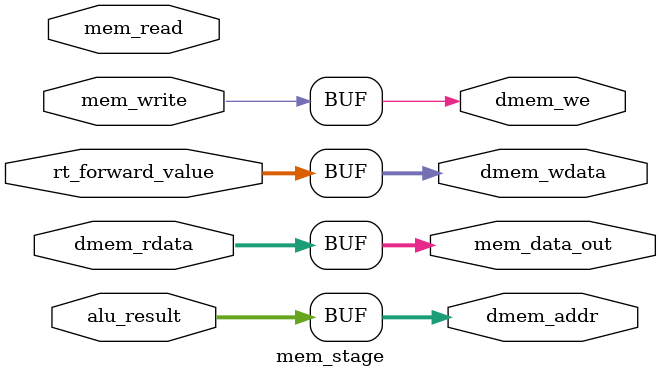
<source format=v>
module mem_stage (
    input  wire        mem_read,
    input  wire        mem_write,
    input  wire [31:0] alu_result,
    input  wire [31:0] rt_forward_value,
    output wire        dmem_we,
    output wire [31:0] dmem_addr,
    output wire [31:0] dmem_wdata,
    input  wire [31:0] dmem_rdata,
    output wire [31:0] mem_data_out
);
    assign dmem_we   = mem_write;
    assign dmem_addr = alu_result;
    assign dmem_wdata = rt_forward_value;
    assign mem_data_out = dmem_rdata;
endmodule

</source>
